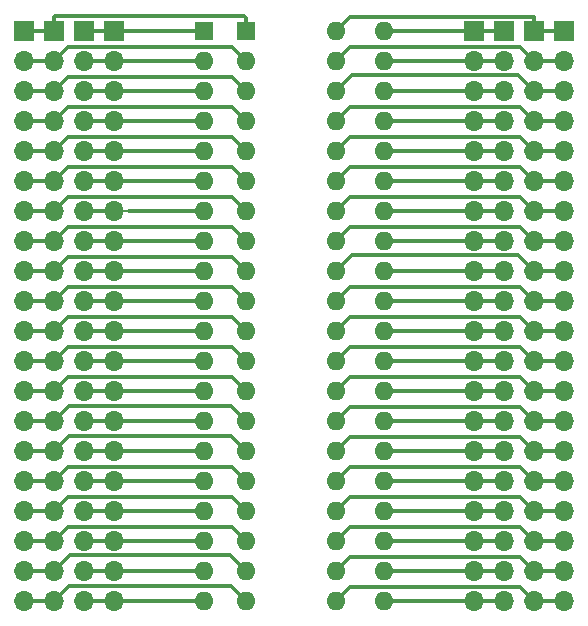
<source format=gbr>
G04 #@! TF.FileFunction,Copper,L1,Top,Signal*
%FSLAX46Y46*%
G04 Gerber Fmt 4.6, Leading zero omitted, Abs format (unit mm)*
G04 Created by KiCad (PCBNEW 4.0.7-e2-6376~58~ubuntu16.04.1) date Tue Aug  7 11:06:41 2018*
%MOMM*%
%LPD*%
G01*
G04 APERTURE LIST*
%ADD10C,0.100000*%
%ADD11R,1.700000X1.700000*%
%ADD12O,1.700000X1.700000*%
%ADD13R,1.600000X1.600000*%
%ADD14O,1.600000X1.600000*%
%ADD15C,0.304800*%
%ADD16C,0.152400*%
G04 APERTURE END LIST*
D10*
D11*
X172720000Y-105410000D03*
D12*
X172720000Y-107950000D03*
X172720000Y-110490000D03*
X172720000Y-113030000D03*
X172720000Y-115570000D03*
X172720000Y-118110000D03*
X172720000Y-120650000D03*
X172720000Y-123190000D03*
X172720000Y-125730000D03*
X172720000Y-128270000D03*
X172720000Y-130810000D03*
X172720000Y-133350000D03*
X172720000Y-135890000D03*
X172720000Y-138430000D03*
X172720000Y-140970000D03*
X172720000Y-143510000D03*
X172720000Y-146050000D03*
X172720000Y-148590000D03*
X172720000Y-151130000D03*
X172720000Y-153670000D03*
D11*
X165100000Y-105410000D03*
D12*
X165100000Y-107950000D03*
X165100000Y-110490000D03*
X165100000Y-113030000D03*
X165100000Y-115570000D03*
X165100000Y-118110000D03*
X165100000Y-120650000D03*
X165100000Y-123190000D03*
X165100000Y-125730000D03*
X165100000Y-128270000D03*
X165100000Y-130810000D03*
X165100000Y-133350000D03*
X165100000Y-135890000D03*
X165100000Y-138430000D03*
X165100000Y-140970000D03*
X165100000Y-143510000D03*
X165100000Y-146050000D03*
X165100000Y-148590000D03*
X165100000Y-151130000D03*
X165100000Y-153670000D03*
D11*
X170180000Y-105410000D03*
D12*
X170180000Y-107950000D03*
X170180000Y-110490000D03*
X170180000Y-113030000D03*
X170180000Y-115570000D03*
X170180000Y-118110000D03*
X170180000Y-120650000D03*
X170180000Y-123190000D03*
X170180000Y-125730000D03*
X170180000Y-128270000D03*
X170180000Y-130810000D03*
X170180000Y-133350000D03*
X170180000Y-135890000D03*
X170180000Y-138430000D03*
X170180000Y-140970000D03*
X170180000Y-143510000D03*
X170180000Y-146050000D03*
X170180000Y-148590000D03*
X170180000Y-151130000D03*
X170180000Y-153670000D03*
D11*
X167640000Y-105410000D03*
D12*
X167640000Y-107950000D03*
X167640000Y-110490000D03*
X167640000Y-113030000D03*
X167640000Y-115570000D03*
X167640000Y-118110000D03*
X167640000Y-120650000D03*
X167640000Y-123190000D03*
X167640000Y-125730000D03*
X167640000Y-128270000D03*
X167640000Y-130810000D03*
X167640000Y-133350000D03*
X167640000Y-135890000D03*
X167640000Y-138430000D03*
X167640000Y-140970000D03*
X167640000Y-143510000D03*
X167640000Y-146050000D03*
X167640000Y-148590000D03*
X167640000Y-151130000D03*
X167640000Y-153670000D03*
D11*
X205740000Y-105410000D03*
D12*
X205740000Y-107950000D03*
X205740000Y-110490000D03*
X205740000Y-113030000D03*
X205740000Y-115570000D03*
X205740000Y-118110000D03*
X205740000Y-120650000D03*
X205740000Y-123190000D03*
X205740000Y-125730000D03*
X205740000Y-128270000D03*
X205740000Y-130810000D03*
X205740000Y-133350000D03*
X205740000Y-135890000D03*
X205740000Y-138430000D03*
X205740000Y-140970000D03*
X205740000Y-143510000D03*
X205740000Y-146050000D03*
X205740000Y-148590000D03*
X205740000Y-151130000D03*
X205740000Y-153670000D03*
D11*
X208280000Y-105410000D03*
D12*
X208280000Y-107950000D03*
X208280000Y-110490000D03*
X208280000Y-113030000D03*
X208280000Y-115570000D03*
X208280000Y-118110000D03*
X208280000Y-120650000D03*
X208280000Y-123190000D03*
X208280000Y-125730000D03*
X208280000Y-128270000D03*
X208280000Y-130810000D03*
X208280000Y-133350000D03*
X208280000Y-135890000D03*
X208280000Y-138430000D03*
X208280000Y-140970000D03*
X208280000Y-143510000D03*
X208280000Y-146050000D03*
X208280000Y-148590000D03*
X208280000Y-151130000D03*
X208280000Y-153670000D03*
D11*
X203200000Y-105410000D03*
D12*
X203200000Y-107950000D03*
X203200000Y-110490000D03*
X203200000Y-113030000D03*
X203200000Y-115570000D03*
X203200000Y-118110000D03*
X203200000Y-120650000D03*
X203200000Y-123190000D03*
X203200000Y-125730000D03*
X203200000Y-128270000D03*
X203200000Y-130810000D03*
X203200000Y-133350000D03*
X203200000Y-135890000D03*
X203200000Y-138430000D03*
X203200000Y-140970000D03*
X203200000Y-143510000D03*
X203200000Y-146050000D03*
X203200000Y-148590000D03*
X203200000Y-151130000D03*
X203200000Y-153670000D03*
D11*
X210820000Y-105410000D03*
D12*
X210820000Y-107950000D03*
X210820000Y-110490000D03*
X210820000Y-113030000D03*
X210820000Y-115570000D03*
X210820000Y-118110000D03*
X210820000Y-120650000D03*
X210820000Y-123190000D03*
X210820000Y-125730000D03*
X210820000Y-128270000D03*
X210820000Y-130810000D03*
X210820000Y-133350000D03*
X210820000Y-135890000D03*
X210820000Y-138430000D03*
X210820000Y-140970000D03*
X210820000Y-143510000D03*
X210820000Y-146050000D03*
X210820000Y-148590000D03*
X210820000Y-151130000D03*
X210820000Y-153670000D03*
D13*
X180340000Y-105410000D03*
D14*
X195580000Y-153670000D03*
X180340000Y-107950000D03*
X195580000Y-151130000D03*
X180340000Y-110490000D03*
X195580000Y-148590000D03*
X180340000Y-113030000D03*
X195580000Y-146050000D03*
X180340000Y-115570000D03*
X195580000Y-143510000D03*
X180340000Y-118110000D03*
X195580000Y-140970000D03*
X180340000Y-120650000D03*
X195580000Y-138430000D03*
X180340000Y-123190000D03*
X195580000Y-135890000D03*
X180340000Y-125730000D03*
X195580000Y-133350000D03*
X180340000Y-128270000D03*
X195580000Y-130810000D03*
X180340000Y-130810000D03*
X195580000Y-128270000D03*
X180340000Y-133350000D03*
X195580000Y-125730000D03*
X180340000Y-135890000D03*
X195580000Y-123190000D03*
X180340000Y-138430000D03*
X195580000Y-120650000D03*
X180340000Y-140970000D03*
X195580000Y-118110000D03*
X180340000Y-143510000D03*
X195580000Y-115570000D03*
X180340000Y-146050000D03*
X195580000Y-113030000D03*
X180340000Y-148590000D03*
X195580000Y-110490000D03*
X180340000Y-151130000D03*
X195580000Y-107950000D03*
X180340000Y-153670000D03*
X195580000Y-105410000D03*
D13*
X183896000Y-105410000D03*
D14*
X191516000Y-153670000D03*
X183896000Y-107950000D03*
X191516000Y-151130000D03*
X183896000Y-110490000D03*
X191516000Y-148590000D03*
X183896000Y-113030000D03*
X191516000Y-146050000D03*
X183896000Y-115570000D03*
X191516000Y-143510000D03*
X183896000Y-118110000D03*
X191516000Y-140970000D03*
X183896000Y-120650000D03*
X191516000Y-138430000D03*
X183896000Y-123190000D03*
X191516000Y-135890000D03*
X183896000Y-125730000D03*
X191516000Y-133350000D03*
X183896000Y-128270000D03*
X191516000Y-130810000D03*
X183896000Y-130810000D03*
X191516000Y-128270000D03*
X183896000Y-133350000D03*
X191516000Y-125730000D03*
X183896000Y-135890000D03*
X191516000Y-123190000D03*
X183896000Y-138430000D03*
X191516000Y-120650000D03*
X183896000Y-140970000D03*
X191516000Y-118110000D03*
X183896000Y-143510000D03*
X191516000Y-115570000D03*
X183896000Y-146050000D03*
X191516000Y-113030000D03*
X183896000Y-148590000D03*
X191516000Y-110490000D03*
X183896000Y-151130000D03*
X191516000Y-107950000D03*
X183896000Y-153670000D03*
X191516000Y-105410000D03*
D15*
X172720000Y-113030000D02*
X180340000Y-113030000D01*
X170180000Y-113030000D02*
X172720000Y-113030000D01*
X170180000Y-110490000D02*
X172720000Y-110490000D01*
X180340000Y-110490000D02*
X172720000Y-110490000D01*
X170180000Y-115570000D02*
X172720000Y-115570000D01*
X180340000Y-115570000D02*
X172720000Y-115570000D01*
X167640000Y-113030000D02*
X168794801Y-111875199D01*
X168794801Y-111875199D02*
X182741199Y-111875199D01*
X182741199Y-111875199D02*
X183096001Y-112230001D01*
X183096001Y-112230001D02*
X183896000Y-113030000D01*
X165100000Y-113030000D02*
X167640000Y-113030000D01*
X167640000Y-110490000D02*
X168794801Y-109335199D01*
X168794801Y-109335199D02*
X182741199Y-109335199D01*
X182741199Y-109335199D02*
X183096001Y-109690001D01*
X183096001Y-109690001D02*
X183896000Y-110490000D01*
X165100000Y-110490000D02*
X167640000Y-110490000D01*
X167640000Y-115570000D02*
X168794801Y-114415199D01*
X168794801Y-114415199D02*
X182741199Y-114415199D01*
X182741199Y-114415199D02*
X183096001Y-114770001D01*
X183096001Y-114770001D02*
X183896000Y-115570000D01*
X165100000Y-115570000D02*
X167640000Y-115570000D01*
X170180000Y-105410000D02*
X172720000Y-105410000D01*
X180340000Y-105410000D02*
X172720000Y-105410000D01*
X203200000Y-153670000D02*
X195580000Y-153670000D01*
X203200000Y-153670000D02*
X205740000Y-153670000D01*
X172720000Y-107950000D02*
X180340000Y-107950000D01*
X170180000Y-107950000D02*
X172720000Y-107950000D01*
X205740000Y-151130000D02*
X203200000Y-151130000D01*
X195580000Y-151130000D02*
X203200000Y-151130000D01*
X203200000Y-148590000D02*
X205740000Y-148590000D01*
X195580000Y-148590000D02*
X203200000Y-148590000D01*
X203200000Y-146050000D02*
X195580000Y-146050000D01*
X205740000Y-146050000D02*
X203200000Y-146050000D01*
X203200000Y-143510000D02*
X205740000Y-143510000D01*
X195580000Y-143510000D02*
X203200000Y-143510000D01*
X172720000Y-118110000D02*
X180340000Y-118110000D01*
X170180000Y-118110000D02*
X172720000Y-118110000D01*
X203200000Y-140970000D02*
X195580000Y-140970000D01*
X205740000Y-140970000D02*
X203200000Y-140970000D01*
X172720000Y-120650000D02*
X170180000Y-120650000D01*
D16*
X173990000Y-120650000D02*
X170180000Y-120650000D01*
D15*
X180340000Y-120650000D02*
X173990000Y-120650000D01*
X203200000Y-138430000D02*
X205740000Y-138430000D01*
X195580000Y-138430000D02*
X203200000Y-138430000D01*
X172720000Y-123190000D02*
X180340000Y-123190000D01*
X170180000Y-123190000D02*
X172720000Y-123190000D01*
X203200000Y-135890000D02*
X195580000Y-135890000D01*
X205740000Y-135890000D02*
X203200000Y-135890000D01*
X170180000Y-125730000D02*
X172720000Y-125730000D01*
X180340000Y-125730000D02*
X172720000Y-125730000D01*
X203200000Y-133350000D02*
X205740000Y-133350000D01*
X195580000Y-133350000D02*
X203200000Y-133350000D01*
X172720000Y-128270000D02*
X180340000Y-128270000D01*
X170180000Y-128270000D02*
X172720000Y-128270000D01*
X203200000Y-130810000D02*
X195580000Y-130810000D01*
X205740000Y-130810000D02*
X203200000Y-130810000D01*
X172720000Y-130810000D02*
X170180000Y-130810000D01*
X180340000Y-130810000D02*
X172720000Y-130810000D01*
X203200000Y-128270000D02*
X205740000Y-128270000D01*
X195580000Y-128270000D02*
X203200000Y-128270000D01*
X172720000Y-133350000D02*
X180340000Y-133350000D01*
X170180000Y-133350000D02*
X172720000Y-133350000D01*
X203200000Y-125730000D02*
X195580000Y-125730000D01*
X205740000Y-125730000D02*
X203200000Y-125730000D01*
X170180000Y-135890000D02*
X172720000Y-135890000D01*
X172720000Y-135890000D02*
X180340000Y-135890000D01*
X203200000Y-123190000D02*
X205740000Y-123190000D01*
X195580000Y-123190000D02*
X203200000Y-123190000D01*
X172720000Y-138430000D02*
X180340000Y-138430000D01*
X170180000Y-138430000D02*
X172720000Y-138430000D01*
X203200000Y-120650000D02*
X195580000Y-120650000D01*
X205740000Y-120650000D02*
X203200000Y-120650000D01*
X170180000Y-140970000D02*
X172720000Y-140970000D01*
X180340000Y-140970000D02*
X172720000Y-140970000D01*
X203200000Y-118110000D02*
X205740000Y-118110000D01*
X195580000Y-118110000D02*
X203200000Y-118110000D01*
X172720000Y-143510000D02*
X180340000Y-143510000D01*
X170180000Y-143510000D02*
X172720000Y-143510000D01*
X203200000Y-115570000D02*
X195580000Y-115570000D01*
X205740000Y-115570000D02*
X203200000Y-115570000D01*
X170180000Y-146050000D02*
X172720000Y-146050000D01*
X180340000Y-146050000D02*
X172720000Y-146050000D01*
X203200000Y-113030000D02*
X205740000Y-113030000D01*
X195580000Y-113030000D02*
X203200000Y-113030000D01*
X180340000Y-148590000D02*
X172720000Y-148590000D01*
X170180000Y-148590000D02*
X172720000Y-148590000D01*
X205740000Y-110490000D02*
X203200000Y-110490000D01*
X195580000Y-110490000D02*
X203200000Y-110490000D01*
X172720000Y-151130000D02*
X180340000Y-151130000D01*
X172720000Y-151130000D02*
X170180000Y-151130000D01*
X203200000Y-107950000D02*
X205740000Y-107950000D01*
X203200000Y-107950000D02*
X195580000Y-107950000D01*
X170180000Y-153670000D02*
X172720000Y-153670000D01*
X180340000Y-153670000D02*
X172720000Y-153670000D01*
X205740000Y-105410000D02*
X203200000Y-105410000D01*
X195580000Y-105410000D02*
X203200000Y-105410000D01*
X183896000Y-105410000D02*
X183896000Y-104305200D01*
X183730800Y-104140000D02*
X167755200Y-104140000D01*
X183896000Y-104305200D02*
X183730800Y-104140000D01*
X167755200Y-104140000D02*
X167640000Y-104255200D01*
X167640000Y-104255200D02*
X167640000Y-105410000D01*
X165100000Y-105410000D02*
X167640000Y-105410000D01*
X208280000Y-153670000D02*
X207125199Y-152515199D01*
X207125199Y-152515199D02*
X192670801Y-152515199D01*
X192670801Y-152515199D02*
X192315999Y-152870001D01*
X192315999Y-152870001D02*
X191516000Y-153670000D01*
X208280000Y-153670000D02*
X210820000Y-153670000D01*
X167640000Y-107950000D02*
X168794801Y-106795199D01*
X168794801Y-106795199D02*
X182741199Y-106795199D01*
X182741199Y-106795199D02*
X183096001Y-107150001D01*
X183096001Y-107150001D02*
X183896000Y-107950000D01*
X165100000Y-107950000D02*
X167640000Y-107950000D01*
X208280000Y-151130000D02*
X207125199Y-149975199D01*
X207125199Y-149975199D02*
X192670801Y-149975199D01*
X192670801Y-149975199D02*
X192315999Y-150330001D01*
X192315999Y-150330001D02*
X191516000Y-151130000D01*
X208280000Y-151130000D02*
X210820000Y-151130000D01*
X208280000Y-148590000D02*
X207125199Y-147435199D01*
X207125199Y-147435199D02*
X192670801Y-147435199D01*
X192670801Y-147435199D02*
X192315999Y-147790001D01*
X192315999Y-147790001D02*
X191516000Y-148590000D01*
X208280000Y-148590000D02*
X210820000Y-148590000D01*
X208280000Y-146050000D02*
X207125199Y-144895199D01*
X192670801Y-144895199D02*
X192315999Y-145250001D01*
X207125199Y-144895199D02*
X192670801Y-144895199D01*
X192315999Y-145250001D02*
X191516000Y-146050000D01*
X208280000Y-146050000D02*
X210820000Y-146050000D01*
X208280000Y-143510000D02*
X207125199Y-142355199D01*
X207125199Y-142355199D02*
X192670801Y-142355199D01*
X192670801Y-142355199D02*
X192315999Y-142710001D01*
X192315999Y-142710001D02*
X191516000Y-143510000D01*
X208280000Y-143510000D02*
X210820000Y-143510000D01*
X167640000Y-118110000D02*
X168794801Y-116955199D01*
X168794801Y-116955199D02*
X182741199Y-116955199D01*
X182741199Y-116955199D02*
X183096001Y-117310001D01*
X183096001Y-117310001D02*
X183896000Y-118110000D01*
X165100000Y-118110000D02*
X167640000Y-118110000D01*
X208280000Y-140970000D02*
X207125199Y-139815199D01*
X192315999Y-140170001D02*
X191516000Y-140970000D01*
X207125199Y-139815199D02*
X192670801Y-139815199D01*
X192670801Y-139815199D02*
X192315999Y-140170001D01*
X208280000Y-140970000D02*
X210820000Y-140970000D01*
X167640000Y-120650000D02*
X168794801Y-119495199D01*
X168794801Y-119495199D02*
X182741199Y-119495199D01*
X182741199Y-119495199D02*
X183096001Y-119850001D01*
X183096001Y-119850001D02*
X183896000Y-120650000D01*
X165100000Y-120650000D02*
X167640000Y-120650000D01*
X208280000Y-138430000D02*
X207125199Y-137275199D01*
X207125199Y-137275199D02*
X192670801Y-137275199D01*
X192670801Y-137275199D02*
X192315999Y-137630001D01*
X192315999Y-137630001D02*
X191516000Y-138430000D01*
X208280000Y-138430000D02*
X210820000Y-138430000D01*
X167640000Y-123190000D02*
X168794801Y-122035199D01*
X168794801Y-122035199D02*
X182741199Y-122035199D01*
X182741199Y-122035199D02*
X183096001Y-122390001D01*
X183096001Y-122390001D02*
X183896000Y-123190000D01*
X165100000Y-123190000D02*
X167640000Y-123190000D01*
X208280000Y-135890000D02*
X207125199Y-134735199D01*
X207125199Y-134735199D02*
X192670801Y-134735199D01*
X192670801Y-134735199D02*
X192315999Y-135090001D01*
X192315999Y-135090001D02*
X191516000Y-135890000D01*
X208280000Y-135890000D02*
X210820000Y-135890000D01*
X167640000Y-125730000D02*
X168794801Y-124575199D01*
X168794801Y-124575199D02*
X182741199Y-124575199D01*
X183096001Y-124930001D02*
X183896000Y-125730000D01*
X182741199Y-124575199D02*
X183096001Y-124930001D01*
X167640000Y-125730000D02*
X165100000Y-125730000D01*
X208280000Y-133350000D02*
X207125199Y-132195199D01*
X207125199Y-132195199D02*
X192670801Y-132195199D01*
X192670801Y-132195199D02*
X192315999Y-132550001D01*
X192315999Y-132550001D02*
X191516000Y-133350000D01*
X208280000Y-133350000D02*
X210820000Y-133350000D01*
X167640000Y-128270000D02*
X168794801Y-127115199D01*
X168794801Y-127115199D02*
X182741199Y-127115199D01*
X182741199Y-127115199D02*
X183096001Y-127470001D01*
X183096001Y-127470001D02*
X183896000Y-128270000D01*
X165100000Y-128270000D02*
X167640000Y-128270000D01*
X208280000Y-130810000D02*
X207125199Y-129655199D01*
X207125199Y-129655199D02*
X192670801Y-129655199D01*
X192670801Y-129655199D02*
X192315999Y-130010001D01*
X192315999Y-130010001D02*
X191516000Y-130810000D01*
X208280000Y-130810000D02*
X210820000Y-130810000D01*
X167640000Y-130810000D02*
X168794801Y-129655199D01*
X168794801Y-129655199D02*
X182741199Y-129655199D01*
X182741199Y-129655199D02*
X183096001Y-130010001D01*
X183096001Y-130010001D02*
X183896000Y-130810000D01*
X165100000Y-130810000D02*
X167640000Y-130810000D01*
X208280000Y-128270000D02*
X207125199Y-127115199D01*
X207125199Y-127115199D02*
X192670801Y-127115199D01*
X192670801Y-127115199D02*
X192315999Y-127470001D01*
X192315999Y-127470001D02*
X191516000Y-128270000D01*
X208280000Y-128270000D02*
X210820000Y-128270000D01*
X167640000Y-133350000D02*
X168794801Y-132195199D01*
X168794801Y-132195199D02*
X182741199Y-132195199D01*
X182741199Y-132195199D02*
X183096001Y-132550001D01*
X183096001Y-132550001D02*
X183896000Y-133350000D01*
X165100000Y-133350000D02*
X167640000Y-133350000D01*
X208280000Y-125730000D02*
X206894801Y-124344801D01*
X206894801Y-124344801D02*
X192901199Y-124344801D01*
X192901199Y-124344801D02*
X192315999Y-124930001D01*
X192315999Y-124930001D02*
X191516000Y-125730000D01*
X208280000Y-125730000D02*
X210820000Y-125730000D01*
X167640000Y-135890000D02*
X168794801Y-134735199D01*
X168794801Y-134735199D02*
X182741199Y-134735199D01*
X182741199Y-134735199D02*
X183096001Y-135090001D01*
X183096001Y-135090001D02*
X183896000Y-135890000D01*
X165100000Y-135890000D02*
X167640000Y-135890000D01*
X208280000Y-123190000D02*
X207125199Y-122035199D01*
X207125199Y-122035199D02*
X192670801Y-122035199D01*
X192670801Y-122035199D02*
X192315999Y-122390001D01*
X192315999Y-122390001D02*
X191516000Y-123190000D01*
X210820000Y-123190000D02*
X208280000Y-123190000D01*
X167640000Y-138430000D02*
X168910000Y-137160000D01*
X168910000Y-137160000D02*
X182626000Y-137160000D01*
X182626000Y-137160000D02*
X183096001Y-137630001D01*
X183096001Y-137630001D02*
X183896000Y-138430000D01*
X165100000Y-138430000D02*
X167640000Y-138430000D01*
X208280000Y-120650000D02*
X207125199Y-119495199D01*
X207125199Y-119495199D02*
X192670801Y-119495199D01*
X192670801Y-119495199D02*
X192315999Y-119850001D01*
X192315999Y-119850001D02*
X191516000Y-120650000D01*
X208280000Y-120650000D02*
X210820000Y-120650000D01*
X168910000Y-139700000D02*
X182626000Y-139700000D01*
X182626000Y-139700000D02*
X183896000Y-140970000D01*
X167640000Y-140970000D02*
X168910000Y-139700000D01*
X165100000Y-140970000D02*
X167640000Y-140970000D01*
X208280000Y-118110000D02*
X207125199Y-116955199D01*
X207125199Y-116955199D02*
X192670801Y-116955199D01*
X192670801Y-116955199D02*
X192315999Y-117310001D01*
X192315999Y-117310001D02*
X191516000Y-118110000D01*
X210820000Y-118110000D02*
X208280000Y-118110000D01*
X167640000Y-143510000D02*
X168794801Y-142355199D01*
X168794801Y-142355199D02*
X182741199Y-142355199D01*
X182741199Y-142355199D02*
X183096001Y-142710001D01*
X183096001Y-142710001D02*
X183896000Y-143510000D01*
X167640000Y-143510000D02*
X165100000Y-143510000D01*
X208280000Y-115570000D02*
X207125199Y-114415199D01*
X207125199Y-114415199D02*
X192670801Y-114415199D01*
X192670801Y-114415199D02*
X192315999Y-114770001D01*
X192315999Y-114770001D02*
X191516000Y-115570000D01*
X208280000Y-115570000D02*
X210820000Y-115570000D01*
X167640000Y-146050000D02*
X168794801Y-144895199D01*
X168794801Y-144895199D02*
X182741199Y-144895199D01*
X183096001Y-145250001D02*
X183896000Y-146050000D01*
X182741199Y-144895199D02*
X183096001Y-145250001D01*
X165100000Y-146050000D02*
X167640000Y-146050000D01*
X208280000Y-113030000D02*
X207125199Y-111875199D01*
X207125199Y-111875199D02*
X192670801Y-111875199D01*
X192670801Y-111875199D02*
X192315999Y-112230001D01*
X192315999Y-112230001D02*
X191516000Y-113030000D01*
X210820000Y-113030000D02*
X208280000Y-113030000D01*
X167640000Y-148590000D02*
X168794801Y-147435199D01*
X168794801Y-147435199D02*
X182741199Y-147435199D01*
X182741199Y-147435199D02*
X183096001Y-147790001D01*
X183096001Y-147790001D02*
X183896000Y-148590000D01*
X165100000Y-148590000D02*
X167640000Y-148590000D01*
X208280000Y-110490000D02*
X206894801Y-109104801D01*
X206894801Y-109104801D02*
X192901199Y-109104801D01*
X192901199Y-109104801D02*
X192315999Y-109690001D01*
X192315999Y-109690001D02*
X191516000Y-110490000D01*
X208280000Y-110490000D02*
X210820000Y-110490000D01*
X167640000Y-151130000D02*
X169025199Y-149744801D01*
X169025199Y-149744801D02*
X182510801Y-149744801D01*
X182510801Y-149744801D02*
X183096001Y-150330001D01*
X183096001Y-150330001D02*
X183896000Y-151130000D01*
X165100000Y-151130000D02*
X167640000Y-151130000D01*
X208280000Y-107950000D02*
X207125199Y-106795199D01*
X207125199Y-106795199D02*
X192670801Y-106795199D01*
X192670801Y-106795199D02*
X192315999Y-107150001D01*
X192315999Y-107150001D02*
X191516000Y-107950000D01*
X210820000Y-107950000D02*
X208280000Y-107950000D01*
X168910000Y-152400000D02*
X182626000Y-152400000D01*
X182626000Y-152400000D02*
X183896000Y-153670000D01*
X167640000Y-153670000D02*
X168910000Y-152400000D01*
X165100000Y-153670000D02*
X167640000Y-153670000D01*
X208280000Y-105410000D02*
X208279999Y-104255199D01*
X208279999Y-104255199D02*
X192670801Y-104255199D01*
X192670801Y-104255199D02*
X191516000Y-105410000D01*
X208280000Y-105410000D02*
X210820000Y-105410000D01*
M02*

</source>
